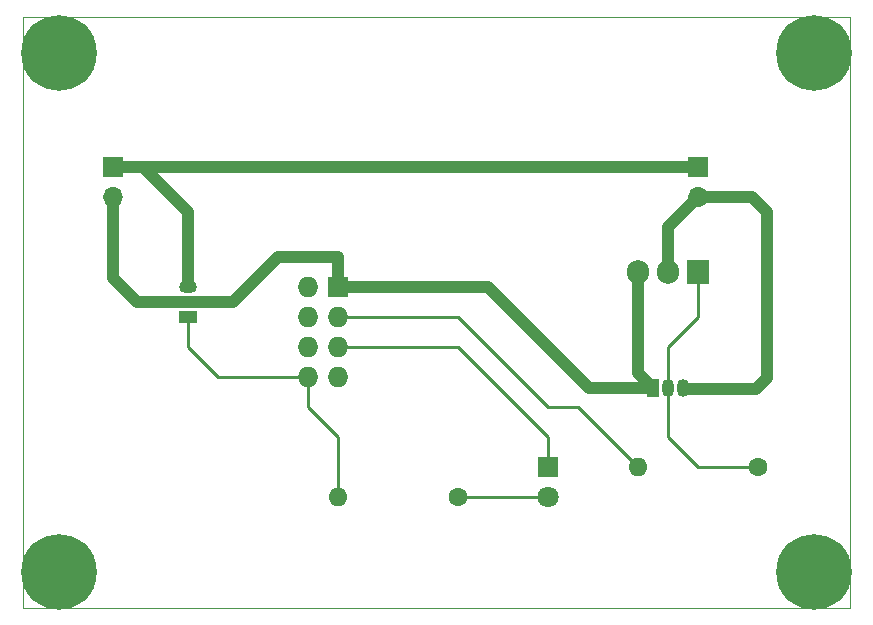
<source format=gbr>
%TF.GenerationSoftware,KiCad,Pcbnew,6.0.11-2627ca5db0~126~ubuntu20.04.1*%
%TF.CreationDate,2023-07-30T12:35:15-04:00*%
%TF.ProjectId,runLimiter,72756e4c-696d-4697-9465-722e6b696361,01*%
%TF.SameCoordinates,Original*%
%TF.FileFunction,Copper,L2,Bot*%
%TF.FilePolarity,Positive*%
%FSLAX46Y46*%
G04 Gerber Fmt 4.6, Leading zero omitted, Abs format (unit mm)*
G04 Created by KiCad (PCBNEW 6.0.11-2627ca5db0~126~ubuntu20.04.1) date 2023-07-30 12:35:15*
%MOMM*%
%LPD*%
G01*
G04 APERTURE LIST*
%TA.AperFunction,Profile*%
%ADD10C,0.100000*%
%TD*%
%TA.AperFunction,ComponentPad*%
%ADD11C,6.400000*%
%TD*%
%TA.AperFunction,ComponentPad*%
%ADD12R,1.500000X1.050000*%
%TD*%
%TA.AperFunction,ComponentPad*%
%ADD13O,1.500000X1.050000*%
%TD*%
%TA.AperFunction,ComponentPad*%
%ADD14R,1.700000X1.700000*%
%TD*%
%TA.AperFunction,ComponentPad*%
%ADD15O,1.700000X1.700000*%
%TD*%
%TA.AperFunction,ComponentPad*%
%ADD16C,1.600000*%
%TD*%
%TA.AperFunction,ComponentPad*%
%ADD17O,1.600000X1.600000*%
%TD*%
%TA.AperFunction,ComponentPad*%
%ADD18R,1.905000X2.000000*%
%TD*%
%TA.AperFunction,ComponentPad*%
%ADD19O,1.905000X2.000000*%
%TD*%
%TA.AperFunction,ComponentPad*%
%ADD20R,1.800000X1.800000*%
%TD*%
%TA.AperFunction,ComponentPad*%
%ADD21C,1.800000*%
%TD*%
%TA.AperFunction,ComponentPad*%
%ADD22R,1.727200X1.727200*%
%TD*%
%TA.AperFunction,ComponentPad*%
%ADD23O,1.727200X1.727200*%
%TD*%
%TA.AperFunction,ComponentPad*%
%ADD24R,1.050000X1.500000*%
%TD*%
%TA.AperFunction,ComponentPad*%
%ADD25O,1.050000X1.500000*%
%TD*%
%TA.AperFunction,Conductor*%
%ADD26C,1.000000*%
%TD*%
%TA.AperFunction,Conductor*%
%ADD27C,0.250000*%
%TD*%
G04 APERTURE END LIST*
D10*
X0Y0D02*
X70000000Y0D01*
X70000000Y0D02*
X70000000Y-50000000D01*
X70000000Y-50000000D02*
X0Y-50000000D01*
X0Y-50000000D02*
X0Y0D01*
D11*
%TO.P,REF\u002A\u002A,1*%
%TO.N,N/C*%
X3000000Y-3000000D03*
%TD*%
%TO.P,REF\u002A\u002A,1*%
%TO.N,N/C*%
X3000000Y-47000000D03*
%TD*%
%TO.P,REF\u002A\u002A,1*%
%TO.N,N/C*%
X67000000Y-47000000D03*
%TD*%
D12*
%TO.P,U1,1,VO*%
%TO.N,/Internal Power*%
X13970000Y-25400000D03*
D13*
%TO.P,U1,2,GND*%
%TO.N,GNDREF*%
X13970000Y-24130000D03*
%TO.P,U1,3,VI*%
%TO.N,/Control Power*%
X13970000Y-22860000D03*
%TD*%
D14*
%TO.P,J1,1,Pin_1*%
%TO.N,/Control Power*%
X7590000Y-12700000D03*
D15*
%TO.P,J1,2,Pin_2*%
%TO.N,GNDREF*%
X7590000Y-15240000D03*
%TD*%
D14*
%TO.P,J2,1,Pin_1*%
%TO.N,/Control Power*%
X57150000Y-12700000D03*
D15*
%TO.P,J2,2,Pin_2*%
%TO.N,/Control Ground*%
X57150000Y-15240000D03*
%TD*%
D16*
%TO.P,R1,1*%
%TO.N,Net-(D1-Pad2)*%
X36830000Y-40640000D03*
D17*
%TO.P,R1,2*%
%TO.N,/Internal Power*%
X26670000Y-40640000D03*
%TD*%
D16*
%TO.P,R2,1*%
%TO.N,Net-(Q1-Pad2)*%
X62230000Y-38100000D03*
D17*
%TO.P,R2,2*%
%TO.N,Net-(R2-Pad2)*%
X52070000Y-38100000D03*
%TD*%
D18*
%TO.P,Q2,1,B*%
%TO.N,Net-(Q1-Pad2)*%
X57150000Y-21590000D03*
D19*
%TO.P,Q2,2,C*%
%TO.N,/Control Ground*%
X54610000Y-21590000D03*
%TO.P,Q2,3,E*%
%TO.N,GNDREF*%
X52070000Y-21590000D03*
%TD*%
D20*
%TO.P,D1,1,K*%
%TO.N,Net-(D1-Pad1)*%
X44450000Y-38100000D03*
D21*
%TO.P,D1,2,A*%
%TO.N,Net-(D1-Pad2)*%
X44450000Y-40640000D03*
%TD*%
D22*
%TO.P,U2,1,GND*%
%TO.N,GNDREF*%
X26670000Y-22860000D03*
D23*
%TO.P,U2,2,U0TXD/GPIO1*%
%TO.N,unconnected-(U2-Pad2)*%
X24130000Y-22860000D03*
%TO.P,U2,3,U1TXD/GPIO2*%
%TO.N,Net-(R2-Pad2)*%
X26670000Y-25400000D03*
%TO.P,U2,4,CH_EN/CH_PD*%
%TO.N,unconnected-(U2-Pad4)*%
X24130000Y-25400000D03*
%TO.P,U2,5,GPIO0*%
%TO.N,Net-(D1-Pad1)*%
X26670000Y-27940000D03*
%TO.P,U2,6,RST*%
%TO.N,unconnected-(U2-Pad6)*%
X24130000Y-27940000D03*
%TO.P,U2,7,GPIO3/U0RXD*%
%TO.N,unconnected-(U2-Pad7)*%
X26670000Y-30480000D03*
%TO.P,U2,8,VCC*%
%TO.N,/Internal Power*%
X24130000Y-30480000D03*
%TD*%
D24*
%TO.P,Q1,1,E*%
%TO.N,GNDREF*%
X53340000Y-31401115D03*
D25*
%TO.P,Q1,2,B*%
%TO.N,Net-(Q1-Pad2)*%
X54610000Y-31401115D03*
%TO.P,Q1,3,C*%
%TO.N,/Control Ground*%
X55880000Y-31401115D03*
%TD*%
D11*
%TO.P,REF\u002A\u002A,1*%
%TO.N,N/C*%
X67000000Y-3000000D03*
%TD*%
D26*
%TO.N,GNDREF*%
X13970000Y-24130000D02*
X17780000Y-24130000D01*
X47911115Y-31401115D02*
X39370000Y-22860000D01*
X7590000Y-15240000D02*
X7590000Y-22090000D01*
X52070000Y-21590000D02*
X52070000Y-30131115D01*
X52070000Y-30131115D02*
X53340000Y-31401115D01*
X39370000Y-22860000D02*
X26670000Y-22860000D01*
X17780000Y-24130000D02*
X21590000Y-20320000D01*
X26670000Y-20320000D02*
X26670000Y-22860000D01*
X9630000Y-24130000D02*
X13970000Y-24130000D01*
X53340000Y-31401115D02*
X47911115Y-31401115D01*
X21590000Y-20320000D02*
X26670000Y-20320000D01*
X7590000Y-22090000D02*
X9630000Y-24130000D01*
D27*
%TO.N,Net-(Q1-Pad2)*%
X57150000Y-21590000D02*
X57150000Y-25400000D01*
X57150000Y-25400000D02*
X54610000Y-27940000D01*
X62230000Y-38100000D02*
X57150000Y-38100000D01*
X57150000Y-38100000D02*
X54610000Y-35560000D01*
X54610000Y-35560000D02*
X54610000Y-31401115D01*
X54610000Y-27940000D02*
X54610000Y-31401115D01*
%TO.N,Net-(R2-Pad2)*%
X46990000Y-33020000D02*
X52070000Y-38100000D01*
X26670000Y-25400000D02*
X36830000Y-25400000D01*
X36830000Y-25400000D02*
X44450000Y-33020000D01*
X44450000Y-33020000D02*
X46990000Y-33020000D01*
%TO.N,Net-(D1-Pad1)*%
X26670000Y-27940000D02*
X36830000Y-27940000D01*
X44450000Y-35560000D02*
X44450000Y-38100000D01*
X36830000Y-27940000D02*
X44450000Y-35560000D01*
%TO.N,Net-(D1-Pad2)*%
X36830000Y-40640000D02*
X44450000Y-40640000D01*
D26*
%TO.N,/Control Power*%
X13970000Y-16510000D02*
X10160000Y-12700000D01*
X10160000Y-12700000D02*
X57150000Y-12700000D01*
X13970000Y-22860000D02*
X13970000Y-16510000D01*
X7590000Y-12700000D02*
X10160000Y-12700000D01*
D27*
%TO.N,/Internal Power*%
X24130000Y-33020000D02*
X26670000Y-35560000D01*
X13970000Y-27940000D02*
X16510000Y-30480000D01*
X13970000Y-25400000D02*
X13970000Y-27940000D01*
X16510000Y-30480000D02*
X24130000Y-30480000D01*
X24130000Y-30480000D02*
X24130000Y-33020000D01*
X26670000Y-35560000D02*
X26670000Y-40640000D01*
D26*
%TO.N,/Control Ground*%
X57150000Y-15240000D02*
X54610000Y-17780000D01*
X54610000Y-17780000D02*
X54610000Y-21590000D01*
X63000000Y-16510000D02*
X63000000Y-30480000D01*
X57150000Y-15240000D02*
X61691243Y-15216692D01*
X62960557Y-30539442D02*
X62039442Y-31460557D01*
X62000000Y-31500000D02*
X55920557Y-31500000D01*
X61730000Y-15240000D02*
X63000000Y-16510000D01*
%TD*%
M02*

</source>
